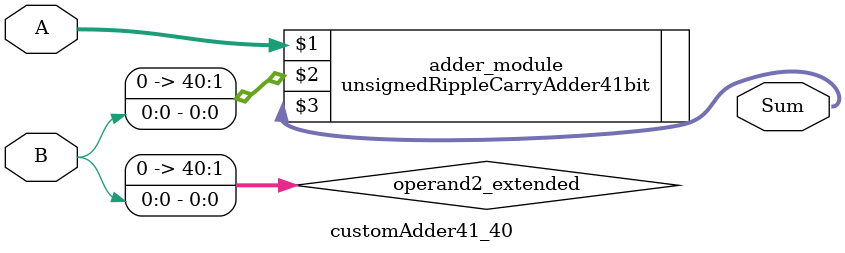
<source format=v>
module customAdder41_40(
                        input [40 : 0] A,
                        input [0 : 0] B,
                        
                        output [41 : 0] Sum
                );

        wire [40 : 0] operand2_extended;
        
        assign operand2_extended =  {40'b0, B};
        
        unsignedRippleCarryAdder41bit adder_module(
            A,
            operand2_extended,
            Sum
        );
        
        endmodule
        
</source>
